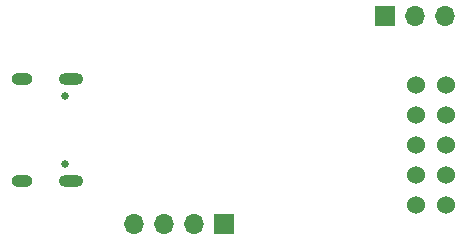
<source format=gbr>
%TF.GenerationSoftware,KiCad,Pcbnew,7.0.7*%
%TF.CreationDate,2024-02-11T21:42:06-08:00*%
%TF.ProjectId,PGL_FTDI_Prog,50474c5f-4654-4444-995f-50726f672e6b,rev?*%
%TF.SameCoordinates,Original*%
%TF.FileFunction,Soldermask,Bot*%
%TF.FilePolarity,Negative*%
%FSLAX46Y46*%
G04 Gerber Fmt 4.6, Leading zero omitted, Abs format (unit mm)*
G04 Created by KiCad (PCBNEW 7.0.7) date 2024-02-11 21:42:06*
%MOMM*%
%LPD*%
G01*
G04 APERTURE LIST*
%ADD10C,1.524000*%
%ADD11R,1.700000X1.700000*%
%ADD12O,1.700000X1.700000*%
%ADD13C,0.650000*%
%ADD14O,2.100000X1.000000*%
%ADD15O,1.800000X1.000000*%
G04 APERTURE END LIST*
D10*
%TO.C,U7*%
X102810000Y-56690000D03*
X105350000Y-56690000D03*
X102810000Y-59230000D03*
X105350000Y-59230000D03*
X102810000Y-61770000D03*
X105350000Y-61770000D03*
X102810000Y-64310000D03*
X105350000Y-64310000D03*
X102810000Y-66850000D03*
X105350000Y-66850000D03*
%TD*%
D11*
%TO.C,J1*%
X100160000Y-50850000D03*
D12*
X102700000Y-50850000D03*
X105240000Y-50850000D03*
%TD*%
D13*
%TO.C,P1*%
X73105000Y-57610000D03*
X73105000Y-63390000D03*
D14*
X73605000Y-56180000D03*
D15*
X69425000Y-56180000D03*
D14*
X73605000Y-64820000D03*
D15*
X69425000Y-64820000D03*
%TD*%
D11*
%TO.C,J3*%
X86520000Y-68500000D03*
D12*
X83980000Y-68500000D03*
X81440000Y-68500000D03*
X78900000Y-68500000D03*
%TD*%
M02*

</source>
